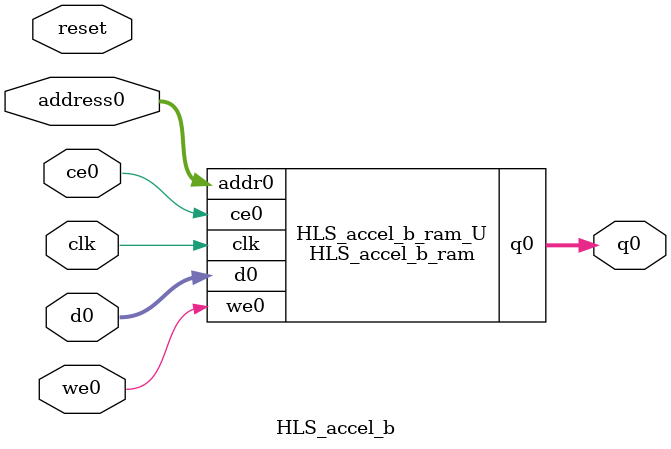
<source format=v>

`timescale 1 ns / 1 ps
module HLS_accel_b_ram (addr0, ce0, d0, we0, q0,  clk);

parameter DWIDTH = 32;
parameter AWIDTH = 10;
parameter MEM_SIZE = 1024;

input[AWIDTH-1:0] addr0;
input ce0;
input[DWIDTH-1:0] d0;
input we0;
output reg[DWIDTH-1:0] q0;
input clk;

(* ram_style = "block" *)reg [DWIDTH-1:0] ram[MEM_SIZE-1:0];




always @(posedge clk)  
begin 
    if (ce0) 
    begin
        if (we0) 
        begin 
            ram[addr0] <= d0; 
            q0 <= d0;
        end 
        else 
            q0 <= ram[addr0];
    end
end


endmodule


`timescale 1 ns / 1 ps
module HLS_accel_b(
    reset,
    clk,
    address0,
    ce0,
    we0,
    d0,
    q0);

parameter DataWidth = 32'd32;
parameter AddressRange = 32'd1024;
parameter AddressWidth = 32'd10;
input reset;
input clk;
input[AddressWidth - 1:0] address0;
input ce0;
input we0;
input[DataWidth - 1:0] d0;
output[DataWidth - 1:0] q0;



HLS_accel_b_ram HLS_accel_b_ram_U(
    .clk( clk ),
    .addr0( address0 ),
    .ce0( ce0 ),
    .d0( d0 ),
    .we0( we0 ),
    .q0( q0 ));

endmodule


</source>
